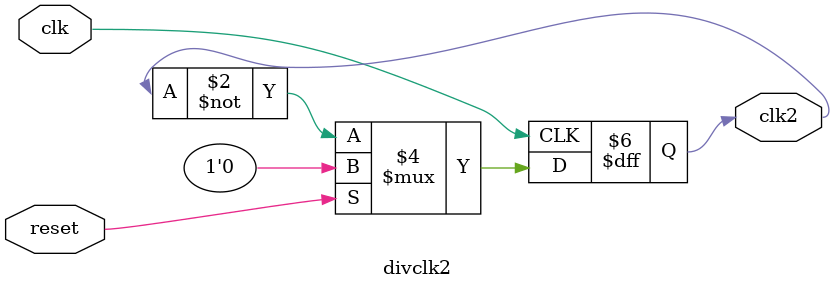
<source format=sv>
module divclk2(
input logic clk,
input logic reset,
output logic clk2);

			always_ff@(posedge clk)
					if(reset)
							clk2 <=1'b0;
					else
							clk2 <= ~clk2;	//El inverso de clk
endmodule

			
</source>
